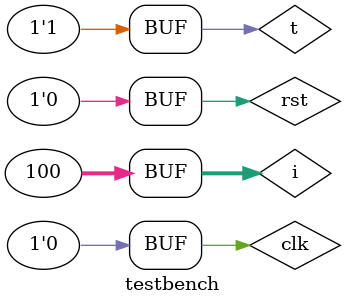
<source format=v>
module testbench;

reg t, clk, rst;
wire q;
integer i;

flipflopT DUT(
    .t(t),
    .clk(clk),
    .rst(rst),
    .q(q)
);

initial 
begin
    for(i = 0; i < 100; i = i + 1)
    begin
        clk = ~clk;
        #10;
        clk = ~clk;
        #10;
    end
end

initial 
begin
    clk = 0;
    rst = 1;
    #10;
    rst = 0;
    #10;
end

initial 
begin
    t = 0;
    #30;
    t = 1;
    #30;
    t = 0;
    #30;
    t = 1;    
end

endmodule
</source>
